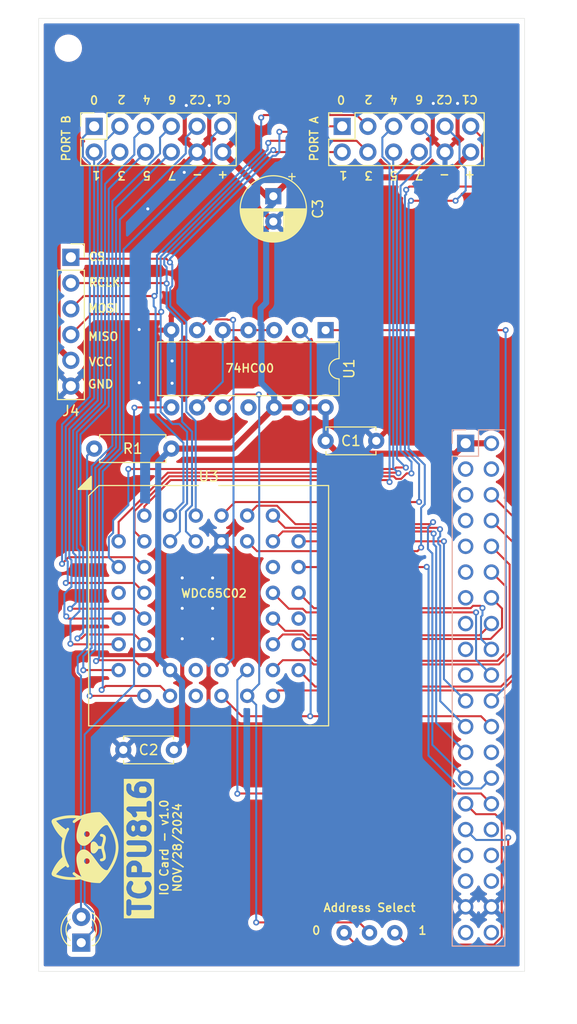
<source format=kicad_pcb>
(kicad_pcb (version 20240108) (generator "pcbnew") (generator_version "8.0")
  (layers (0 "F.Cu" jumper "Front") (31 "B.Cu" signal "Back") (34 "B.Paste" user) (35 "F.Paste" user) (36 "B.SilkS" user "B.Silkscreen") (37 "F.SilkS" user "F.Silkscreen") (38 "B.Mask" user) (39 "F.Mask" user) (44 "Edge.Cuts" user))
  (net 0 "")
  (net 1 "GND")
  (net 2 "+5V")
  (net 3 "Net-(D1-K)")
  (net 4 "Net-(D1-A)")
  (net 5 "/D7")
  (net 6 "/D0")
  (net 8 "/D2")
  (net 10 "Net-(J1-Pin_15)")
  (net 11 "/~{ED_OE}")
  (net 12 "/RS0")
  (net 15 "/D1")
  (net 16 "/RS3")
  (net 18 "/D4")
  (net 19 "/D3")
  (net 22 "Net-(J1-Pin_16)")
  (net 24 "/~{ED_WE}")
  (net 30 "~{RESET}")
  (net 33 "~{CLK_P2}")
  (net 35 "/RS1")
  (net 37 "/D6")
  (net 38 "/RS2")
  (net 40 "/D5")
  (net 41 "/PA3")
  (net 42 "/PA1")
  (net 43 "/PA0")
  (net 44 "/PA2")
  (net 45 "/PA6")
  (net 46 "/PA4")
  (net 47 "/PA7")
  (net 48 "Net-(J5-Pin_9)")
  (net 49 "Net-(J5-Pin_11)")
  (net 50 "/PA5")
  (net 51 "/PB2")
  (net 52 "/PB0")
  (net 53 "/PB3")
  (net 54 "/PB4")
  (net 55 "/PB5")
  (net 56 "/PB1")
  (net 57 "Net-(J6-Pin_9)")
  (net 58 "/PB7")
  (net 59 "/PB6")
  (net 60 "Net-(J6-Pin_11)")
  (net 61 "/CS1")
  (net 63 "Net-(U3-~{CS2})")
  (net 64 "Net-(U1-Pad3)")
  (footprint "LED_THT:LED_D3.0mm" (layer "F.Cu") (at 161.025 111.975 90)
    (property "Reference" "D1" (hide yes))
    (property "Value" "LED")
  )
  (footprint "Connector_PinSocket_2.54mm:PinSocket_2x06_P2.54mm_Vertical" (layer "F.Cu") (at 162.3 31.46 90)
    (property "Reference" "J6" (hide yes))
    (property "Value" "PORTB" (hide yes))
  )
  (footprint "Resistor_THT:R_Axial_DIN0207_L6.3mm_D2.5mm_P7.62mm_Horizontal" (layer "F.Cu") (at 169.926 63.246 180)
    (property "Reference" "R1")
    (property "Value" "R")
  )
  (footprint "Connector_PinSocket_2.54mm:PinSocket_2x06_P2.54mm_Vertical" (layer "F.Cu") (at 186.8 31.46 90)
    (property "Reference" "J5" (hide yes))
    (property "Value" "PORTA")
  )
  (footprint "Package_DIP:DIP-14_W7.62mm" (layer "F.Cu") (at 185.166 51.562 -90)
    (property "Reference" "U1")
    (property "Value" "74HC00")
  )
  (footprint "Connector_PinSocket_2.54mm:PinSocket_1x06_P2.54mm_Vertical" (layer "F.Cu") (at 160 44.38)
    (property "Reference" "J4")
    (property "Value" "Conn_01x06_Socket" (hide yes))
  )
  (footprint "Capacitor_THT:C_Disc_D4.7mm_W2.5mm_P5.00mm" (layer "F.Cu") (at 170.18 92.964 180)
    (property "Reference" "C2")
    (property "Value" "100n")
  )
  (footprint "MountingHole:MountingHole_2.2mm_M2" (layer "F.Cu") (at 159.75 23.75)
    (property "Reference" "H1" (hide yes))
    (property "Value" "MountingHole")
  )
  (footprint "Package_LCC:PLCC-44_THT-Socket" (layer "F.Cu") (at 174.879 72.39)
    (property "Reference" "U3")
    (property "Value" "W65C22SxPL")
  )
  (footprint "slide_switch:spdt_slide_switch" (layer "F.Cu") (at 189.5 111 180)
    (property "Reference" "SW1" (hide yes))
    (property "Value" "SW_SPDT")
  )
  (footprint "Capacitor_THT:C_Disc_D4.7mm_W2.5mm_P5.00mm" (layer "F.Cu") (at 185.166 62.484)
    (property "Reference" "C1")
    (property "Value" "100n")
  )
  (footprint "LOGO" (layer "F.Cu") (at 161.4 102.6 90)
    (property "Reference" "G***" (hide yes))
    (property "Value" "LOGO" (hide yes))
  )
  (footprint "Capacitor_THT:CP_Radial_D6.3mm_P2.50mm" (layer "F.Cu") (at 180 38.354 -90)
    (property "Reference" "C3")
    (property "Value" "10u")
  )
  (footprint "Connector_PinSocket_2.54mm:PinSocket_2x20_P2.54mm_Vertical" (layer "B.Cu") (at 200.27 62.724 180)
    (property "Reference" "J1" (hide yes))
    (property "Value" "Conn_02x20_Counter_Clockwise" (hide yes))
  )
  (gr_poly (pts (xy 162 66) (xy 162 67.25) (xy 160.75 67.25)) (stroke (width 0.1524)) (fill solid) (layer "F.SilkS"))
  (gr_rect (start 156.82 20.81) (end 204.82 114.81) (stroke (width 0.0381)) (fill none) (layer "Edge.Cuts"))
  (gr_text "WDC65C02" (at 170.8 78 0) (layer "F.SilkS") (effects (font (size 0.8128 0.8128) (thickness 0.1524) (bold yes)) (justify left bottom)))
  (gr_text "3" (at 165 36.3 180) (layer "F.SilkS") (effects (font (size 0.8128 0.8128) (thickness 0.1524))))
  (gr_text "0" (at 162.29 28.83 180) (layer "F.SilkS") (effects (font (size 0.8128 0.8128) (thickness 0.1524))))
  (gr_text "0" (at 186.69 28.83 180) (layer "F.SilkS") (effects (font (size 0.8128 0.8128) (thickness 0.1524))))
  (gr_text "74HC00" (at 175.2 55.8 0) (layer "F.SilkS") (effects (font (size 0.8128 0.8128) (thickness 0.1524) (bold yes)) (justify left bottom)))
  (gr_text "PORT B" (at 160 35 90) (layer "F.SilkS") (effects (font (size 0.8128 0.8128) (thickness 0.1524) (bold yes)) (justify left bottom)))
  (gr_text "Address Select" (at 189.5 109 0) (layer "F.SilkS") (effects (font (size 0.8128 0.8128) (thickness 0.1524) (bold yes)) (justify bottom)))
  (gr_text "4" (at 191.9 28.8 180) (layer "F.SilkS") (effects (font (size 0.8128 0.8128) (thickness 0.1524))))
  (gr_text "VCC" (at 162.946 54.694 0) (layer "F.SilkS") (effects (font (size 0.8128 0.8128) (thickness 0.1524))))
  (gr_text "4" (at 167.5 28.8 180) (layer "F.SilkS") (effects (font (size 0.8128 0.8128) (thickness 0.1524))))
  (gr_text "1" (at 186.9 36.3 180) (layer "F.SilkS") (effects (font (size 0.8128 0.8128) (thickness 0.1524))))
  (gr_text "1" (at 194.25 111.25 0) (layer "F.SilkS") (effects (font (size 0.8128 0.8128) (thickness 0.1524) (bold yes)) (justify left bottom)))
  (gr_text "IO Card - v1.0\nNOV/28/2024" (at 171 102.6 90) (layer "F.SilkS") (effects (font (size 0.8128 0.8128) (thickness 0.1524) (bold yes)) (justify bottom)))
  (gr_text "2" (at 165 28.8 180) (layer "F.SilkS") (effects (font (size 0.8128 0.8128) (thickness 0.1524))))
  (gr_text "MISO" (at 163.2 52.194 0) (layer "F.SilkS") (effects (font (size 0.8128 0.8128) (thickness 0.1524))))
  (gr_text "6" (at 194.4 28.8 180) (layer "F.SilkS") (effects (font (size 0.8128 0.8128) (thickness 0.1524))))
  (gr_text "5" (at 191.9 36.3 180) (layer "F.SilkS") (effects (font (size 0.8128 0.8128) (thickness 0.1524))))
  (gr_text "7" (at 170 36.3 180) (layer "F.SilkS") (effects (font (size 0.8128 0.8128) (thickness 0.1524))))
  (gr_text "5" (at 167.5 36.3 180) (layer "F.SilkS") (effects (font (size 0.8128 0.8128) (thickness 0.1524))))
  (gr_text "C2" (at 196.9 28.8 180) (layer "F.SilkS") (effects (font (size 0.8128 0.8128) (thickness 0.1524))))
  (gr_text "PORT A" (at 184.5 35 90) (layer "F.SilkS") (effects (font (size 0.8128 0.8128) (thickness 0.1524) (bold yes)) (justify left bottom)))
  (gr_text "-" (at 196.9 36.3 180) (layer "F.SilkS") (effects (font (size 0.8128 0.8128) (thickness 0.1524))))
  (gr_text "C1" (at 199.4 28.8 180) (layer "F.SilkS") (effects (font (size 0.8128 0.8128) (thickness 0.1524))))
  (gr_text "C1" (at 175 28.8 180) (layer "F.SilkS") (effects (font (size 0.8128 0.8128) (thickness 0.1524))))
  (gr_text "1" (at 162.5 36.3 180) (layer "F.SilkS") (effects (font (size 0.8128 0.8128) (thickness 0.1524))))
  (gr_text "3" (at 189.4 36.3 180) (layer "F.SilkS") (effects (font (size 0.8128 0.8128) (thickness 0.1524))))
  (gr_text "MOSI" (at 163.2 49.4 0) (layer "F.SilkS") (effects (font (size 0.8128 0.8128) (thickness 0.1524))))
  (gr_text "6" (at 170 28.8 180) (layer "F.SilkS") (effects (font (size 0.8128 0.8128) (thickness 0.1524))))
  (gr_text "7" (at 194.4 36.3 180) (layer "F.SilkS") (effects (font (size 0.8128 0.8128) (thickness 0.1524))))
  (gr_text "RCLK" (at 163.327 46.86 0) (layer "F.SilkS") (effects (font (size 0.8128 0.8128) (thickness 0.1524))))
  (gr_text "-" (at 172.5 36.3 180) (layer "F.SilkS") (effects (font (size 0.8128 0.8128) (thickness 0.1524))))
  (gr_text "C2" (at 172.5 28.8 180) (layer "F.SilkS") (effects (font (size 0.8128 0.8128) (thickness 0.1524))))
  (gr_text "+" (at 175 36.3 180) (layer "F.SilkS") (effects (font (size 0.8128 0.8128) (thickness 0.1524))))
  (gr_text "TCPU816" (at 168 109.6 90) (layer "F.SilkS" knockout) (effects (font (size 2 2) (thickness 0.5) (bold yes)) (justify left bottom)))
  (gr_text "GND" (at 162.946 56.893 0) (layer "F.SilkS") (effects (font (size 0.8128 0.8128) (thickness 0.1524))))
  (gr_text "CS" (at 162.565 44.32 0) (layer "F.SilkS") (effects (font (size 0.8128 0.8128) (thickness 0.1524))))
  (gr_text "+" (at 199.4 36.3 180) (layer "F.SilkS") (effects (font (size 0.8128 0.8128) (thickness 0.1524))))
  (gr_text "2" (at 189.4 28.8 180) (layer "F.SilkS") (effects (font (size 0.8128 0.8128) (thickness 0.1524))))
  (gr_text "0" (at 183.75 111.25 0) (layer "F.SilkS") (effects (font (size 0.8128 0.8128) (thickness 0.1524) (bold yes)) (justify left bottom)))
  (segment (start 171 82) (end 169.3788 83.6212) (width 0.4) (layer "F.Cu") (net 1))
  (segment (start 162.844581 83.6212) (end 162.763381 83.54) (width 0.4) (layer "F.Cu") (net 1))
  (segment (start 174 82) (end 173.6 82.4) (width 0.4) (layer "F.Cu") (net 1))
  (segment (start 196.96 34) (end 198.2 32.76) (width 0.4) (layer "F.Cu") (net 1))
  (segment (start 171.25 29.55) (end 171.25 32.79) (width 0.4) (layer "F.Cu") (net 1))
  (segment (start 173.67 32.79) (end 172.46 34) (width 0.4) (layer "F.Cu") (net 1))
  (segment (start 198.2 32.76) (end 198.2 29.2) (width 0.4) (layer "F.Cu") (net 1))
  (segment (start 171.4 29.4) (end 171.25 29.55) (width 0.4) (layer "F.Cu") (net 1))
  (segment (start 171.25 32.79) (end 172.46 34) (width 0.4) (layer "F.Cu") (net 1))
  (segment (start 195.75 29.25) (end 195.8 29.2) (width 0.4) (layer "F.Cu") (net 1))
  (segment (start 162.763381 83.54) (end 160.06 83.54) (width 0.4) (layer "F.Cu") (net 1))
  (segment (start 169.3788 83.6212) (end 162.844581 83.6212) (width 0.4) (layer "F.Cu") (net 1))
  (segment (start 173.6 82.4) (end 173.6 89.8) (width 0.4) (layer "F.Cu") (net 1))
  (segment (start 173.67 29.4) (end 173.67 32.79) (width 0.4) (layer "F.Cu") (net 1))
  (segment (start 171 82) (end 171 89.6) (width 0.4) (layer "F.Cu") (net 1))
  (segment (start 160.06 83.54) (end 159.2 84.4) (width 0.4) (layer "F.Cu") (net 1))
  (segment (start 196.96 34) (end 195.75 32.79) (width 0.4) (layer "F.Cu") (net 1))
  (segment (start 195.75 32.79) (end 195.75 29.25) (width 0.4) (layer "F.Cu") (net 1))
  (via (at 195.8 29.2) (size 0.6) (drill 0.3) (layers "F.Cu" "B.Cu") (net 1))
  (via (at 170 56.8) (size 0.6) (drill 0.3) (layers "F.Cu" "B.Cu") (net 1))
  (via (at 174 76) (size 0.6) (drill 0.3) (layers "F.Cu" "B.Cu") (net 1))
  (via (at 173.67 29.4) (size 0.6) (drill 0.3) (layers "F.Cu" "B.Cu") (net 1))
  (via (at 167.6 39.6) (size 0.6) (drill 0.3) (layers "F.Cu" "B.Cu") (net 1))
  (via (at 166.75 51.5) (size 0.6) (drill 0.3) (layers "F.Cu" "B.Cu") (net 1))
  (via (at 171 82) (size 0.6) (drill 0.3) (layers "F.Cu" "B.Cu") (net 1))
  (via (at 171.4 29.4) (size 0.6) (drill 0.3) (layers "F.Cu" "B.Cu") (net 1))
  (via (at 171 79) (size 0.6) (drill 0.3) (layers "F.Cu" "B.Cu") (net 1))
  (via (at 171.2 36) (size 0.6) (drill 0.3) (layers "F.Cu" "B.Cu") (net 1))
  (via (at 170 54.6) (size 0.6) (drill 0.3) (layers "F.Cu" "B.Cu") (net 1))
  (via (at 174 82) (size 0.6) (drill 0.3) (layers "F.Cu" "B.Cu") (net 1))
  (via (at 171 76) (size 0.6) (drill 0.3) (layers "F.Cu" "B.Cu") (net 1))
  (via (at 198.2 29.2) (size 0.6) (drill 0.3) (layers "F.Cu" "B.Cu") (net 1))
  (via (at 174 79) (size 0.6) (drill 0.3) (layers "F.Cu" "B.Cu") (net 1))
  (via (at 166.75 56.75) (size 0.6) (drill 0.3) (layers "F.Cu" "B.Cu") (net 1))
  (segment (start 185.166 59.182) (end 180.086 59.182) (width 0.6) (layer "F.Cu") (net 2))
  (segment (start 180 38.354) (end 179.354 38.354) (width 0.6) (layer "F.Cu") (net 2))
  (segment (start 175 34) (end 176.6 32.4) (width 0.6) (layer "F.Cu") (net 2))
  (segment (start 199 62.724) (end 197.98 63.744) (width 0.6) (layer "F.Cu") (net 2))
  (segment (start 176.022 63.246) (end 169.926 63.246) (width 0.6) (layer "F.Cu") (net 2))
  (segment (start 179.354 38.354) (end 175 34) (width 0.6) (layer "F.Cu") (net 2))
  (segment (start 180.086 59.182) (end 176.022 63.246) (width 0.6) (layer "F.Cu") (net 2))
  (segment (start 158.69 29.91) (end 158.69 53.23) (width 0.6) (layer "F.Cu") (net 2))
  (segment (start 197.00804 36.49196) (end 199.5 34) (width 0.6) (layer "F.Cu") (net 2))
  (segment (start 160.6 28) (end 158.69 29.91) (width 0.6) (layer "F.Cu") (net 2))
  (segment (start 197.98 63.744) (end 186.426 63.744) (width 0.6) (layer "F.Cu") (net 2))
  (segment (start 176.6 29.8) (end 174.8 28) (width 0.6) (layer "F.Cu") (net 2))
  (segment (start 158.69 53.23) (end 160 54.54) (width 0.6) (layer "F.Cu") (net 2))
  (segment (start 174.8 28) (end 160.6 28) (width 0.6) (layer "F.Cu") (net 2))
  (segment (start 176.6 32.4) (end 176.6 29.8) (width 0.6) (layer "F.Cu") (net 2))
  (segment (start 181.86204 36.49196) (end 197.00804 36.49196) (width 0.6) (layer "F.Cu") (net 2))
  (segment (start 201.54 62.724) (end 199 62.724) (width 0.6) (layer "F.Cu") (net 2))
  (segment (start 186.426 63.744) (end 185.166 62.484) (width 0.6) (layer "F.Cu") (net 2))
  (segment (start 180 38.354) (end 181.86204 36.49196) (width 0.6) (layer "F.Cu") (net 2))
  (segment (start 178.74 41.37591) (end 179.29 41.92591) (width 0.6) (layer "B.Cu") (net 2))
  (segment (start 168.6278 83.9188) (end 168.6278 64.5442) (width 0.6) (layer "B.Cu") (net 2))
  (segment (start 179.29 41.92591) (end 179.29 48.86192) (width 0.6) (layer "B.Cu") (net 2))
  (segment (start 168.6278 64.5442) (end 169.926 63.246) (width 0.6) (layer "B.Cu") (net 2))
  (segment (start 178.74 40.33209) (end 178.74 41.37591) (width 0.6) (layer "B.Cu") (net 2))
  (segment (start 180 38.354) (end 180 39.07209) (width 0.6) (layer "B.Cu") (net 2))
  (segment (start 178.826 51.06009) (end 178.826 56.79063) (width 0.6) (layer "B.Cu") (net 2))
  (segment (start 179.29 48.86192) (end 178.74 49.41192) (width 0.6) (layer "B.Cu") (net 2))
  (segment (start 185.166 62.484) (end 185.166 59.182) (width 0.6) (layer "B.Cu") (net 2))
  (segment (start 180 39.07209) (end 178.74 40.33209) (width 0.6) (layer "B.Cu") (net 2))
  (segment (start 180.086 58.05063) (end 180.086 59.182) (width 0.6) (layer "B.Cu") (net 2))
  (segment (start 178.826 56.79063) (end 180.086 58.05063) (width 0.6) (layer "B.Cu") (net 2))
  (segment (start 170.979999 86.270999) (end 169.799 85.09) (width 0.6) (layer "B.Cu") (net 2))
  (segment (start 170.979999 92.164001) (end 170.979999 86.270999) (width 0.6) (layer "B.Cu") (net 2))
  (segment (start 170.18 92.964) (end 170.979999 92.164001) (width 0.6) (layer "B.Cu") (net 2))
  (segment (start 178.74 49.41192) (end 178.74 50.97409) (width 0.6) (layer "B.Cu") (net 2))
  (segment (start 178.74 50.97409) (end 178.826 51.06009) (width 0.6) (layer "B.Cu") (net 2))
  (segment (start 169.799 85.09) (end 168.6278 83.9188) (width 0.6) (layer "B.Cu") (net 2))
  (segment (start 166.308 59.182) (end 169.926 59.182) (width 0.2) (layer "F.Cu") (net 3))
  (segment (start 166.28 59.21) (end 166.308 59.182) (width 0.2) (layer "F.Cu") (net 3))
  (via (at 166.28 59.21) (size 0.6) (drill 0.3) (layers "F.Cu" "B.Cu") (net 3))
  (segment (start 162.185 108.954512) (end 162.185 110.815) (width 0.2) (layer "B.Cu") (net 3))
  (segment (start 166.24 59.25) (end 166.24 86.56) (width 0.2) (layer "B.Cu") (net 3))
  (segment (start 161.36 108.129512) (end 162.185 108.954512) (width 0.2) (layer "B.Cu") (net 3))
  (segment (start 166.28 59.21) (end 166.24 59.25) (width 0.2) (layer "B.Cu") (net 3))
  (segment (start 162.185 110.815) (end 161.025 111.975) (width 0.2) (layer "B.Cu") (net 3))
  (segment (start 161.36 91.44) (end 161.36 108.129512) (width 0.2) (layer "B.Cu") (net 3))
  (segment (start 166.24 86.56) (end 161.36 91.44) (width 0.2) (layer "B.Cu") (net 3))
  (segment (start 161 109.41) (end 161.025 109.435) (width 0.2) (layer "B.Cu") (net 4))
  (segment (start 160.67 83.78) (end 160.67 85.33196) (width 0.2) (layer "B.Cu") (net 4))
  (segment (start 162.306 63.246) (end 161.6 63.952) (width 0.2) (layer "B.Cu") (net 4))
  (segment (start 161.6 63.952) (end 161.6 82.85) (width 0.2) (layer "B.Cu") (net 4))
  (segment (start 161 85.66196) (end 161 109.41) (width 0.2) (layer "B.Cu") (net 4))
  (segment (start 160.67 85.33196) (end 161 85.66196) (width 0.2) (layer "B.Cu") (net 4))
  (segment (start 161.6 82.85) (end 160.67 83.78) (width 0.2) (layer "B.Cu") (net 4))
  (segment (start 202.612516 87.101) (end 204.0636 85.649916) (width 0.2) (layer "F.Cu") (net 5))
  (segment (start 180.488 87.101) (end 202.612516 87.101) (width 0.2) (layer "F.Cu") (net 5))
  (segment (start 204.0636 70.3276) (end 201.54 67.804) (width 0.2) (layer "F.Cu") (net 5))
  (segment (start 204.0636 85.649916) (end 204.0636 70.3276) (width 0.2) (layer "F.Cu") (net 5))
  (segment (start 179.959 87.63) (end 180.488 87.101) (width 0.2) (layer "F.Cu") (net 5))
  (segment (start 183.262885 79.4004) (end 200.025 79.4004) (width 0.2) (layer "F.Cu") (net 6))
  (segment (start 179.959 77.47) (end 181.5278 79.0388) (width 0.2) (layer "F.Cu") (net 6))
  (segment (start 181.5278 79.0388) (end 182.901285 79.0388) (width 0.2) (layer "F.Cu") (net 6))
  (segment (start 182.901285 79.0388) (end 183.262885 79.4004) (width 0.2) (layer "F.Cu") (net 6))
  (via (at 200.025 79.4004) (size 0.6) (drill 0.3) (layers "F.Cu" "B.Cu") (net 6))
  (segment (start 200.025 84.069) (end 201.54 85.584) (width 0.2) (layer "B.Cu") (net 6))
  (segment (start 200.025 79.4004) (end 200.025 84.069) (width 0.2) (layer "B.Cu") (net 6))
  (segment (start 179.959 80.01) (end 181.1678 81.2188) (width 0.2) (layer "F.Cu") (net 8))
  (segment (start 181.1678 81.2188) (end 183.050402 81.2188) (width 0.2) (layer "F.Cu") (net 8))
  (segment (start 200.383 81.661) (end 201.54 80.504) (width 0.2) (layer "F.Cu") (net 8))
  (segment (start 183.050402 81.2188) (end 183.492602 81.661) (width 0.2) (layer "F.Cu") (net 8))
  (segment (start 183.492602 81.661) (end 200.383 81.661) (width 0.2) (layer "F.Cu") (net 8))
  (segment (start 201.922 99.306) (end 200.022 99.306) (width 0.2) (layer "F.Cu") (net 10))
  (segment (start 192 111) (end 193.162 112.162) (width 0.2) (layer "F.Cu") (net 10))
  (segment (start 201.807327 112.162) (end 202.562 111.407327) (width 0.2) (layer "F.Cu") (net 10))
  (segment (start 193.162 112.162) (end 201.807327 112.162) (width 0.2) (layer "F.Cu") (net 10))
  (segment (start 200.022 99.306) (end 199 98.284) (width 0.2) (layer "F.Cu") (net 10))
  (segment (start 202.562 99.946) (end 201.922 99.306) (width 0.2) (layer "F.Cu") (net 10))
  (segment (start 202.562 111.407327) (end 202.562 99.946) (width 0.2) (layer "F.Cu") (net 10))
  (segment (start 202.946 51.562) (end 185.166 51.562) (width 0.2) (layer "F.Cu") (net 11))
  (via (at 202.946 51.562) (size 0.6) (drill 0.3) (layers "F.Cu" "B.Cu") (net 11))
  (segment (start 202.946 51.562) (end 202.946 86.718) (width 0.2) (layer "B.Cu") (net 11))
  (segment (start 202.946 86.718) (end 201.54 88.124) (width 0.2) (layer "B.Cu") (net 11))
  (segment (start 195.577757 70.6988) (end 182.181285 70.6988) (width 0.2) (layer "F.Cu") (net 12))
  (segment (start 182.181285 70.6988) (end 180.361285 68.8788) (width 0.2) (layer "F.Cu") (net 12))
  (segment (start 178.3902 68.8788) (end 177.419 69.85) (width 0.2) (layer "F.Cu") (net 12))
  (segment (start 180.361285 68.8788) (end 178.3902 68.8788) (width 0.2) (layer "F.Cu") (net 12))
  (segment (start 195.777757 70.4988) (end 195.577757 70.6988) (width 0.2) (layer "F.Cu") (net 12))
  (via (at 195.777757 70.4988) (size 0.6) (drill 0.3) (layers "F.Cu" "B.Cu") (net 12))
  (segment (start 195.777757 70.4988) (end 195.274 71.002557) (width 0.2) (layer "B.Cu") (net 12))
  (segment (start 195.71 73.588) (end 195.71 92.454) (width 0.2) (layer "B.Cu") (net 12))
  (segment (start 195.274 73.152) (end 195.71 73.588) (width 0.2) (layer "B.Cu") (net 12))
  (segment (start 195.274 71.002557) (end 195.274 73.152) (width 0.2) (layer "B.Cu") (net 12))
  (segment (start 195.71 92.454) (end 199 95.744) (width 0.2) (layer "B.Cu") (net 12))
  (segment (start 182.499 77.47) (end 184.015 78.986) (width 0.2) (layer "F.Cu") (net 15))
  (segment (start 199.730361 78.7504) (end 200.4418 78.7504) (width 0.2) (layer "F.Cu") (net 15))
  (segment (start 200.4418 78.7504) (end 200.66 78.9686) (width 0.2) (layer "F.Cu") (net 15))
  (segment (start 184.015 78.986) (end 199.494761 78.986) (width 0.2) (layer "F.Cu") (net 15))
  (segment (start 199.494761 78.986) (end 199.730361 78.7504) (width 0.2) (layer "F.Cu") (net 15))
  (via (at 200.66 78.9686) (size 0.6) (drill 0.3) (layers "F.Cu" "B.Cu") (net 15))
  (segment (start 200.518 79.826639) (end 200.518 82.022) (width 0.2) (layer "B.Cu") (net 15))
  (segment (start 200.66 78.9686) (end 200.66 79.684639) (width 0.2) (layer "B.Cu") (net 15))
  (segment (start 200.66 79.684639) (end 200.518 79.826639) (width 0.2) (layer "B.Cu") (net 15))
  (segment (start 200.518 82.022) (end 201.54 83.044) (width 0.2) (layer "B.Cu") (net 15))
  (segment (start 196.85 72.39) (end 182.499 72.39) (width 0.2) (layer "F.Cu") (net 16))
  (via (at 196.85 72.39) (size 0.6) (drill 0.3) (layers "F.Cu" "B.Cu") (net 16))
  (segment (start 199 88.124) (end 196.85 85.974) (width 0.2) (layer "B.Cu") (net 16))
  (segment (start 196.85 85.974) (end 196.85 72.39) (width 0.2) (layer "B.Cu") (net 16))
  (segment (start 184.1246 84.1756) (end 202.1332 84.1756) (width 0.2) (layer "F.Cu") (net 18))
  (segment (start 202.9836 76.8676) (end 201.54 75.424) (width 0.2) (layer "F.Cu") (net 18))
  (segment (start 202.9836 83.3252) (end 202.9836 76.8676) (width 0.2) (layer "F.Cu") (net 18))
  (segment (start 182.499 82.55) (end 184.1246 84.1756) (width 0.2) (layer "F.Cu") (net 18))
  (segment (start 202.1332 84.1756) (end 202.9836 83.3252) (width 0.2) (layer "F.Cu") (net 18))
  (segment (start 182.901285 81.5788) (end 183.344485 82.022) (width 0.2) (layer "F.Cu") (net 19))
  (segment (start 183.344485 82.022) (end 201.467327 82.022) (width 0.2) (layer "F.Cu") (net 19))
  (segment (start 202.5904 80.898927) (end 202.5904 79.0144) (width 0.2) (layer "F.Cu") (net 19))
  (segment (start 201.467327 82.022) (end 202.5904 80.898927) (width 0.2) (layer "F.Cu") (net 19))
  (segment (start 202.5904 79.0144) (end 201.54 77.964) (width 0.2) (layer "F.Cu") (net 19))
  (segment (start 179.959 82.55) (end 180.9302 81.5788) (width 0.2) (layer "F.Cu") (net 19))
  (segment (start 180.9302 81.5788) (end 182.901285 81.5788) (width 0.2) (layer "F.Cu") (net 19))
  (segment (start 201.956444 112.522) (end 203.2 111.278444) (width 0.2) (layer "F.Cu") (net 22))
  (segment (start 188.522 112.522) (end 201.956444 112.522) (width 0.2) (layer "F.Cu") (net 22))
  (segment (start 203.2 111.278444) (end 203.2 101.6) (width 0.2) (layer "F.Cu") (net 22))
  (segment (start 187 111) (end 188.522 112.522) (width 0.2) (layer "F.Cu") (net 22))
  (via (at 203.2 101.6) (size 0.6) (drill 0.3) (layers "F.Cu" "B.Cu") (net 22))
  (segment (start 200.022 101.846) (end 199 100.824) (width 0.2) (layer "B.Cu") (net 22))
  (segment (start 203.2 101.6) (end 202.954 101.846) (width 0.2) (layer "B.Cu") (net 22))
  (segment (start 202.954 101.846) (end 200.022 101.846) (width 0.2) (layer "B.Cu") (net 22))
  (segment (start 183.642 89.642) (end 200.518 89.642) (width 0.2) (layer "F.Cu") (net 24))
  (segment (start 176.891 89.642) (end 183.642 89.642) (width 0.2) (layer "F.Cu") (net 24))
  (segment (start 174.879 87.63) (end 176.891 89.642) (width 0.2) (layer "F.Cu") (net 24))
  (segment (start 200.518 89.642) (end 201.54 90.664) (width 0.2) (layer "F.Cu") (net 24))
  (via (at 183.642 89.642) (size 0.6) (drill 0.3) (layers "F.Cu" "B.Cu") (net 24))
  (segment (start 183.686 89.598) (end 183.642 89.642) (width 0.2) (layer "B.Cu") (net 24))
  (segment (start 182.626 51.562) (end 183.686 52.622) (width 0.2) (layer "B.Cu") (net 24))
  (segment (start 183.686 52.622) (end 183.686 89.598) (width 0.2) (layer "B.Cu") (net 24))
  (segment (start 195.15 74.91) (end 195.13 74.93) (width 0.2) (layer "F.Cu") (net 30))
  (segment (start 195.13 74.93) (end 182.499 74.93) (width 0.2) (layer "F.Cu") (net 30))
  (via (at 195.15 74.91) (size 0.6) (drill 0.3) (layers "F.Cu" "B.Cu") (net 30))
  (segment (start 200.518 96.766) (end 201.54 95.744) (width 0.2) (layer "B.Cu") (net 30))
  (segment (start 195.33 75.09) (end 195.33 93.519327) (width 0.2) (layer "B.Cu") (net 30))
  (segment (start 195.15 74.91) (end 195.33 75.09) (width 0.2) (layer "B.Cu") (net 30))
  (segment (start 198.576673 96.766) (end 200.518 96.766) (width 0.2) (layer "B.Cu") (net 30))
  (segment (start 195.33 93.519327) (end 198.576673 96.766) (width 0.2) (layer "B.Cu") (net 30))
  (segment (start 176.4678 97.262) (end 200.518 97.262) (width 0.2) (layer "F.Cu") (net 33))
  (segment (start 200.518 97.262) (end 201.54 98.284) (width 0.2) (layer "F.Cu") (net 33))
  (segment (start 176.4478 97.282) (end 176.4678 97.262) (width 0.2) (layer "F.Cu") (net 33))
  (via (at 176.4478 97.282) (size 0.6) (drill 0.3) (layers "F.Cu" "B.Cu") (net 33))
  (segment (start 176.4478 86.0612) (end 177.419 85.09) (width 0.2) (layer "B.Cu") (net 33))
  (segment (start 176.4478 97.282) (end 176.4478 86.0612) (width 0.2) (layer "B.Cu") (net 33))
  (segment (start 195.6248 71.4188) (end 180.9302 71.4188) (width 0.2) (layer "F.Cu") (net 35))
  (segment (start 180.9302 71.4188) (end 179.959 72.39) (width 0.2) (layer "F.Cu") (net 35))
  (segment (start 195.834 71.628) (end 195.6248 71.4188) (width 0.2) (layer "F.Cu") (net 35))
  (via (at 195.834 71.628) (size 0.6) (drill 0.3) (layers "F.Cu" "B.Cu") (net 35))
  (segment (start 195.83 72.671077) (end 195.83 71.632) (width 0.2) (layer "B.Cu") (net 35))
  (segment (start 196.088 72.929077) (end 195.83 72.671077) (width 0.2) (layer "B.Cu") (net 35))
  (segment (start 195.83 71.632) (end 195.834 71.628) (width 0.2) (layer "B.Cu") (net 35))
  (segment (start 199 93.204) (end 196.088 90.292) (width 0.2) (layer "B.Cu") (net 35))
  (segment (start 196.088 90.292) (end 196.088 72.929077) (width 0.2) (layer "B.Cu") (net 35))
  (segment (start 203.7036 85.5008) (end 203.7036 72.5076) (width 0.2) (layer "F.Cu") (net 37))
  (segment (start 182.499 85.09) (end 184.1246 86.7156) (width 0.2) (layer "F.Cu") (net 37))
  (segment (start 184.1246 86.7156) (end 202.4888 86.7156) (width 0.2) (layer "F.Cu") (net 37))
  (segment (start 202.4888 86.7156) (end 203.7036 85.5008) (width 0.2) (layer "F.Cu") (net 37))
  (segment (start 203.7036 72.5076) (end 201.54 70.344) (width 0.2) (layer "F.Cu") (net 37))
  (segment (start 196.320953 71.0588) (end 181.1678 71.0588) (width 0.2) (layer "F.Cu") (net 38))
  (segment (start 181.1678 71.0588) (end 179.959 69.85) (width 0.2) (layer "F.Cu") (net 38))
  (segment (start 196.461764 71.199611) (end 196.320953 71.0588) (width 0.2) (layer "F.Cu") (net 38))
  (via (at 196.461764 71.199611) (size 0.6) (drill 0.3) (layers "F.Cu" "B.Cu") (net 38))
  (segment (start 196.461764 71.199611) (end 196.484 71.221847) (width 0.2) (layer "B.Cu") (net 38))
  (segment (start 196.29 72.62196) (end 196.49 72.82196) (width 0.2) (layer "B.Cu") (net 38))
  (segment (start 196.29 72.091239) (end 196.29 72.62196) (width 0.2) (layer "B.Cu") (net 38))
  (segment (start 196.484 71.897239) (end 196.29 72.091239) (width 0.2) (layer "B.Cu") (net 38))
  (segment (start 196.484 71.221847) (end 196.484 71.897239) (width 0.2) (layer "B.Cu") (net 38))
  (segment (start 196.49 72.82196) (end 196.49 88.154) (width 0.2) (layer "B.Cu") (net 38))
  (segment (start 196.49 88.154) (end 199 90.664) (width 0.2) (layer "B.Cu") (net 38))
  (segment (start 202.282317 84.5356) (end 203.3436 83.474317) (width 0.2) (layer "F.Cu") (net 40))
  (segment (start 183.975483 84.5356) (end 202.282317 84.5356) (width 0.2) (layer "F.Cu") (net 40))
  (segment (start 179.959 85.09) (end 180.9302 84.1188) (width 0.2) (layer "F.Cu") (net 40))
  (segment (start 180.9302 84.1188) (end 183.558683 84.1188) (width 0.2) (layer "F.Cu") (net 40))
  (segment (start 203.3436 83.474317) (end 203.3436 74.6876) (width 0.2) (layer "F.Cu") (net 40))
  (segment (start 203.3436 74.6876) (end 201.54 72.884) (width 0.2) (layer "F.Cu") (net 40))
  (segment (start 183.558683 84.1188) (end 183.975483 84.5356) (width 0.2) (layer "F.Cu") (net 40))
  (segment (start 162.02 49.98) (end 160 52) (width 0.2) (layer "F.Cu") (net 41))
  (segment (start 179.71 32.89) (end 188.23 32.89) (width 0.2) (layer "F.Cu") (net 41))
  (segment (start 168.93 49.75) (end 168.7 49.98) (width 0.2) (layer "F.Cu") (net 41))
  (segment (start 188.23 32.89) (end 189.34 34) (width 0.2) (layer "F.Cu") (net 41))
  (segment (start 168.7 49.98) (end 162.02 49.98) (width 0.2) (layer "F.Cu") (net 41))
  (segment (start 179.5 33.1) (end 179.71 32.89) (width 0.2) (layer "F.Cu") (net 41))
  (via (at 179.5 33.1) (size 0.6) (drill 0.3) (layers "F.Cu" "B.Cu") (net 41))
  (via (at 168.93 49.75) (size 0.6) (drill 0.3) (layers "F.Cu" "B.Cu") (net 41))
  (segment (start 168.93 49.75) (end 168.866 49.814) (width 0.2) (layer "B.Cu") (net 41))
  (segment (start 170.703442 60.816558) (end 171.48 61.593116) (width 0.2) (layer "B.Cu") (net 41))
  (segment (start 168.866 49.814) (end 168.866 59.621067) (width 0.2) (layer "B.Cu") (net 41))
  (segment (start 171.48 61.593116) (end 171.48 68.678117) (width 0.2) (layer "B.Cu") (net 41))
  (segment (start 170.7702 69.387917) (end 170.7702 71.4188) (width 0.2) (layer "B.Cu") (net 41))
  (segment (start 170.7702 71.4188) (end 169.799 72.39) (width 0.2) (layer "B.Cu") (net 41))
  (segment (start 168.866 49.686) (end 168.866 44.334) (width 0.2) (layer "B.Cu") (net 41))
  (segment (start 179.44 33.16) (end 179.5 33.1) (width 0.2) (layer "B.Cu") (net 41))
  (segment (start 168.866 59.621067) (end 170.061491 60.816558) (width 0.2) (layer "B.Cu") (net 41))
  (segment (start 170.061491 60.816558) (end 170.703442 60.816558) (width 0.2) (layer "B.Cu") (net 41))
  (segment (start 168.93 49.75) (end 168.866 49.686) (width 0.2) (layer "B.Cu") (net 41))
  (segment (start 168.866 44.334) (end 179.44 33.76) (width 0.2) (layer "B.Cu") (net 41))
  (segment (start 171.48 68.678117) (end 170.7702 69.387917) (width 0.2) (layer "B.Cu") (net 41))
  (segment (start 179.44 33.76) (end 179.44 33.16) (width 0.2) (layer "B.Cu") (net 41))
  (segment (start 169.42 46.92) (end 160 46.92) (width 0.2) (layer "F.Cu") (net 42))
  (segment (start 180.2 34) (end 186.8 34) (width 0.2) (layer "F.Cu") (net 42))
  (segment (start 169.46 46.96) (end 169.42 46.92) (width 0.2) (layer "F.Cu") (net 42))
  (segment (start 180 33.8) (end 180.2 34) (width 0.2) (layer "F.Cu") (net 42))
  (via (at 180 33.8) (size 0.6) (drill 0.3) (layers "F.Cu" "B.Cu") (net 42))
  (via (at 169.46 46.96) (size 0.6) (drill 0.3) (layers "F.Cu" "B.Cu") (net 42))
  (segment (start 171.97 68.845515) (end 171.3678 69.447715) (width 0.2) (layer "B.Cu") (net 42))
  (segment (start 170.986 60.59) (end 171.97 61.574) (width 0.2) (layer "B.Cu") (net 42))
  (segment (start 170.986 50.846) (end 170.986 60.59) (width 0.2) (layer "B.Cu") (net 42))
  (segment (start 169.226 45.107498) (end 169.46 45.341498) (width 0.2) (layer "B.Cu") (net 42))
  (segment (start 180.06 33.649116) (end 169.226 44.483116) (width 0.2) (layer "B.Cu") (net 42))
  (segment (start 169.46 45.341498) (end 169.46 49.32) (width 0.2) (layer "B.Cu") (net 42))
  (segment (start 171.97 61.574) (end 171.97 68.845515) (width 0.2) (layer "B.Cu") (net 42))
  (segment (start 171.3678 69.447715) (end 171.3678 71.4188) (width 0.2) (layer "B.Cu") (net 42))
  (segment (start 171.3678 71.4188) (end 172.339 72.39) (width 0.2) (layer "B.Cu") (net 42))
  (segment (start 180.06 33.74) (end 180 33.8) (width 0.2) (layer "B.Cu") (net 42))
  (segment (start 169.226 44.483116) (end 169.226 45.107498) (width 0.2) (layer "B.Cu") (net 42))
  (segment (start 169.46 49.32) (end 170.986 50.846) (width 0.2) (layer "B.Cu") (net 42))
  (segment (start 180.6 32) (end 181.8 32) (width 0.2) (layer "F.Cu") (net 43))
  (segment (start 182.34 31.46) (end 186.8 31.46) (width 0.2) (layer "F.Cu") (net 43))
  (segment (start 169.786 44.875538) (end 169.430462 44.52) (width 0.2) (layer "F.Cu") (net 43))
  (segment (start 169.430462 44.52) (end 160.14 44.52) (width 0.2) (layer "F.Cu") (net 43))
  (segment (start 181.8 32) (end 182.34 31.46) (width 0.2) (layer "F.Cu") (net 43))
  (segment (start 160.14 44.52) (end 160 44.38) (width 0.2) (layer "F.Cu") (net 43))
  (via (at 180.6 32) (size 0.6) (drill 0.3) (layers "F.Cu" "B.Cu") (net 43))
  (via (at 169.786 44.875538) (size 0.6) (drill 0.3) (layers "F.Cu" "B.Cu") (net 43))
  (segment (start 169.786 44.523116) (end 179.949116 34.36) (width 0.2) (layer "B.Cu") (net 43))
  (segment (start 171.406 59.621067) (end 172.33 60.545067) (width 0.2) (layer "B.Cu") (net 43))
  (segment (start 170.02 47.19196) (end 169.82 47.39196) (width 0.2) (layer "B.Cu") (net 43))
  (segment (start 180.23196 34.36) (end 180.6 33.99196) (width 0.2) (layer "B.Cu") (net 43))
  (segment (start 171.406 50.756884) (end 171.406 59.621067) (width 0.2) (layer "B.Cu") (net 43))
  (segment (start 170.02 45.109538) (end 170.02 47.19196) (width 0.2) (layer "B.Cu") (net 43))
  (segment (start 169.786 44.875538) (end 170.02 45.109538) (width 0.2) (layer "B.Cu") (net 43))
  (segment (start 169.82 49.170884) (end 171.406 50.756884) (width 0.2) (layer "B.Cu") (net 43))
  (segment (start 179.949116 34.36) (end 180.23196 34.36) (width 0.2) (layer "B.Cu") (net 43))
  (segment (start 169.82 47.39196) (end 169.82 49.170884) (width 0.2) (layer "B.Cu") (net 43))
  (segment (start 172.33 60.545067) (end 172.33 69.841) (width 0.2) (layer "B.Cu") (net 43))
  (segment (start 180.6 33.99196) (end 180.6 32) (width 0.2) (layer "B.Cu") (net 43))
  (segment (start 169.786 44.875538) (end 169.786 44.523116) (width 0.2) (layer "B.Cu") (net 43))
  (segment (start 178.8 30.6) (end 179.05 30.35) (width 0.2) (layer "F.Cu") (net 44))
  (segment (start 168.24 48.2) (end 161.26 48.2) (width 0.2) (layer "F.Cu") (net 44))
  (segment (start 168.25 48.19) (end 168.24 48.2) (width 0.2) (layer "F.Cu") (net 44))
  (segment (start 188.23 30.35) (end 189.34 31.46) (width 0.2) (layer "F.Cu") (net 44))
  (segment (start 161.26 48.2) (end 160 49.46) (width 0.2) (layer "F.Cu") (net 44))
  (segment (start 179.05 30.35) (end 188.23 30.35) (width 0.2) (layer "F.Cu") (net 44))
  (via (at 168.25 48.19) (size 0.6) (drill 0.3) (layers "F.Cu" "B.Cu") (net 44))
  (via (at 178.8 30.6) (size 0.6) (drill 0.3) (layers "F.Cu" "B.Cu") (net 44))
  (segment (start 171.12 62.68) (end 171.12 68.529) (width 0.2) (layer "B.Cu") (net 44))
  (segment (start 168.37 59.93) (end 171.12 62.68) (width 0.2) (layer "B.Cu") (net 44))
  (segment (start 168.25 48.19) (end 168.506 47.934) (width 0.2) (layer "B.Cu") (net 44))
  (segment (start 168.18 48.26) (end 168.18 49.20196) (width 0.2) (layer "B.Cu") (net 44))
  (segment (start 168.506 47.934) (end 168.506 44.184884) (width 0.2) (layer "B.Cu") (net 44))
  (segment (start 171.12 68.529) (end 169.799 69.85) (width 0.2) (layer "B.Cu") (net 44))
  (segment (start 178.8 33.890884) (end 178.8 30.6) (width 0.2) (layer "B.Cu") (net 44))
  (segment (start 168.506 44.184884) (end 178.8 33.890884) (width 0.2) (layer "B.Cu") (net 44))
  (segment (start 168.25 48.19) (end 168.18 48.26) (width 0.2) (layer "B.Cu") (net 44))
  (segment (start 168.18 49.20196) (end 168.37 49.39196) (width 0.2) (layer "B.Cu") (net 44))
  (segment (start 168.37 49.39196) (end 168.37 59.93) (width 0.2) (layer "B.Cu") (net 44))
  (segment (start 166.2878 71.4188) (end 167.259 72.39) (width 0.2) (layer "F.Cu") (net 45))
  (segment (start 169.72 65.98) (end 166.2878 69.4122) (width 0.2) (layer "F.Cu") (net 45))
  (segment (start 193.17 65.69) (end 192.63 66.23) (width 0.2) (layer "F.Cu") (net 45))
  (segment (start 166.2878 69.4122) (end 166.2878 71.4188) (width 0.2) (layer "F.Cu") (net 45))
  (segment (start 191.881486 65.98) (end 169.72 65.98) (width 0.2) (layer "F.Cu") (net 45))
  (segment (start 192.63 66.23) (end 192.131486 66.23) (width 0.2) (layer "F.Cu") (net 45))
  (segment (start 193.64 65.69) (end 193.17 65.69) (width 0.2) (layer "F.Cu") (net 45))
  (segment (start 192.131486 66.23) (end 191.881486 65.98) (width 0.2) (layer "F.Cu") (net 45))
  (via (at 193.64 65.69) (size 0.6) (drill 0.3) (layers "F.Cu" "B.Cu") (net 45))
  (segment (start 193.65 64.559116) (end 192.565 63.474116) (width 0.2) (layer "B.Cu") (net 45))
  (segment (start 193.64 65.69) (end 193.65 65.68) (width 0.2) (layer "B.Cu") (net 45))
  (segment (start 195.53 32.57) (end 194.42 31.46) (width 0.2) (layer "B.Cu") (net 45))
  (segment (start 193.65 65.68) (end 193.65 64.559116) (width 0.2) (layer "B.Cu") (net 45))
  (segment (start 192.565 37.350883) (end 194.805883 35.11) (width 0.2) (layer "B.Cu") (net 45))
  (segment (start 195.53 34.459778) (end 195.53 32.57) (width 0.2) (layer "B.Cu") (net 45))
  (segment (start 194.805883 35.11) (end 194.879778 35.11) (width 0.2) (layer "B.Cu") (net 45))
  (segment (start 192.565 63.474116) (end 192.565 37.350883) (width 0.2) (layer "B.Cu") (net 45))
  (segment (start 194.879778 35.11) (end 195.53 34.459778) (width 0.2) (layer "B.Cu") (net 45))
  (segment (start 191.290816 66.35) (end 169.859116 66.35) (width 0.2) (layer "F.Cu") (net 46))
  (segment (start 167.259 68.950116) (end 167.259 69.85) (width 0.2) (layer "F.Cu") (net 46))
  (segment (start 191.480816 66.54) (end 191.290816 66.35) (width 0.2) (layer "F.Cu") (net 46))
  (segment (start 169.859116 66.35) (end 167.259 68.950116) (width 0.2) (layer "F.Cu") (net 46))
  (via (at 191.480816 66.54) (size 0.6) (drill 0.3) (layers "F.Cu" "B.Cu") (net 46))
  (segment (start 191.480816 66.54) (end 191.480816 35.170594) (width 0.2) (layer "B.Cu") (net 46))
  (segment (start 191.480816 35.170594) (end 190.77 34.459778) (width 0.2) (layer "B.Cu") (net 46))
  (segment (start 190.77 34.459778) (end 190.77 32.57) (width 0.2) (layer "B.Cu") (net 46))
  (segment (start 190.77 32.57) (end 191.88 31.46) (width 0.2) (layer "B.Cu") (net 46))
  (segment (start 165.68 65.26) (end 191.981486 65.26) (width 0.2) (layer "F.Cu") (net 47))
  (segment (start 193.08 65.11) (end 193.09 65.12) (width 0.2) (layer "F.Cu") (net 47))
  (segment (start 191.981486 65.26) (end 192.131486 65.11) (width 0.2) (layer "F.Cu") (net 47))
  (segment (start 192.131486 65.11) (end 193.08 65.11) (width 0.2) (layer "F.Cu") (net 47))
  (via (at 165.68 65.26) (size 0.6) (drill 0.3) (layers "F.Cu" "B.Cu") (net 47))
  (via (at 193.09 65.12) (size 0.6) (drill 0.3) (layers "F.Cu" "B.Cu") (net 47))
  (segment (start 164.175 71.560515) (end 163.7478 71.987715) (width 0.2) (layer "B.Cu") (net 47))
  (segment (start 164.175 70.325) (end 164.175 71.560515) (width 0.2) (layer "B.Cu") (net 47))
  (segment (start 192.205 64.235) (end 192.205 36.215) (width 0.2) (layer "B.Cu") (net 47))
  (segment (start 163.7478 71.987715) (end 163.7478 73.9588) (width 0.2) (layer "B.Cu") (net 47))
  (segment (start 163.7478 73.9588) (end 164.719 74.93) (width 0.2) (layer "B.Cu") (net 47))
  (segment (start 192.205 36.215) (end 194.42 34) (width 0.2) (layer "B.Cu") (net 47))
  (segment (start 165.68 65.26) (end 165.68 68.82) (width 0.2) (layer "B.Cu") (net 47))
  (segment (start 193.09 65.12) (end 192.205 64.235) (width 0.2) (layer "B.Cu") (net 47))
  (segment (start 165.68 68.82) (end 164.175 70.325) (width 0.2) (layer "B.Cu") (net 47))
  (segment (start 193.6 38.8) (end 198 38.8) (width 0.2) (layer "F.Cu") (net 48))
  (segment (start 177.419 72.39) (end 178.3902 73.3612) (width 0.2) (layer "F.Cu") (net 48))
  (segment (start 194.2388 73.3612) (end 194.6 73) (width 0.2) (layer "F.Cu") (net 48))
  (segment (start 178.3902 73.3612) (end 194.2388 73.3612) (width 0.2) (layer "F.Cu") (net 48))
  (via (at 194.6 73) (size 0.6) (drill 0.3) (layers "F.Cu" "B.Cu") (net 48))
  (via (at 198 38.8) (size 0.6) (drill 0.3) (layers "F.Cu" "B.Cu") (net 48))
  (via (at 193.6 38.8) (size 0.6) (drill 0.3) (layers "F.Cu" "B.Cu") (net 48))
  (segment (start 198 38.8) (end 199 37.8) (width 0.2) (layer "B.Cu") (net 48))
  (segment (start 199 35.62) (end 198.39 35.01) (width 0.2) (layer "B.Cu") (net 48))
  (segment (start 193.36 39.04) (end 193.6 38.8) (width 0.2) (layer "B.Cu") (net 48))
  (segment (start 194.6 69.09196) (end 194.96 68.73196) (width 0.2) (layer "B.Cu") (net 48))
  (segment (start 199 37.8) (end 199 35.62) (width 0.2) (layer "B.Cu") (net 48))
  (segment (start 193.36 39.4) (end 193.36 39.04) (width 0.2) (layer "B.Cu") (net 48))
  (segment (start 194.6 73) (end 194.6 69.09196) (width 0.2) (layer "B.Cu") (net 48))
  (segment (start 194.96 68.73196) (end 194.96 64.850884) (width 0.2) (layer "B.Cu") (net 48))
  (segment (start 198.39 32.89) (end 196.96 31.46) (width 0.2) (layer "B.Cu") (net 48))
  (segment (start 194.96 64.850884) (end 193.36 63.250884) (width 0.2) (layer "B.Cu") (net 48))
  (segment (start 193.36 63.250884) (end 193.36 39.4) (width 0.2) (layer "B.Cu") (net 48))
  (segment (start 198.39 35.01) (end 198.39 32.89) (width 0.2) (layer "B.Cu") (net 48))
  (segment (start 176.2102 68.5188) (end 174.879 69.85) (width 0.2) (layer "F.Cu") (net 49))
  (segment (start 193.442278 37.4) (end 199.8 37.4) (width 0.2) (layer "F.Cu") (net 49))
  (segment (start 194.4 68.5) (end 194.3812 68.5188) (width 0.2) (layer "F.Cu") (net 49))
  (segment (start 200.61 32.57) (end 199.5 31.46) (width 0.2) (layer "F.Cu") (net 49))
  (segment (start 193.125 37.717278) (end 193.442278 37.4) (width 0.2) (layer "F.Cu") (net 49))
  (segment (start 199.8 37.4) (end 200.61 36.59) (width 0.2) (layer "F.Cu") (net 49))
  (segment (start 194.3812 68.5188) (end 176.2102 68.5188) (width 0.2) (layer "F.Cu") (net 49))
  (segment (start 200.61 36.59) (end 200.61 32.57) (width 0.2) (layer "F.Cu") (net 49))
  (via (at 193.125 37.717278) (size 0.6) (drill 0.3) (layers "F.Cu" "B.Cu") (net 49))
  (via (at 194.4 68.5) (size 0.6) (drill 0.3) (layers "F.Cu" "B.Cu") (net 49))
  (segment (start 193 63.4) (end 194.4 64.8) (width 0.2) (layer "B.Cu") (net 49))
  (segment (start 193.125 37.717278) (end 193.125 38.165) (width 0.2) (layer "B.Cu") (net 49))
  (segment (start 193.125 38.165) (end 193 38.29) (width 0.2) (layer "B.Cu") (net 49))
  (segment (start 194.4 64.8) (end 194.4 68.5) (width 0.2) (layer "B.Cu") (net 49))
  (segment (start 193 38.29) (end 193 63.4) (width 0.2) (layer "B.Cu") (net 49))
  (segment (start 164.719 70.471884) (end 164.719 72.39) (width 0.2) (layer "F.Cu") (net 50))
  (segment (start 169.570884 65.62) (end 164.719 70.471884) (width 0.2) (layer "F.Cu") (net 50))
  (segment (start 192.363446 65.67) (end 192.313446 65.62) (width 0.2) (layer "F.Cu") (net 50))
  (segment (start 192.313446 65.62) (end 169.570884 65.62) (width 0.2) (layer "F.Cu") (net 50))
  (via (at 192.363446 65.67) (size 0.6) (drill 0.3) (layers "F.Cu" "B.Cu") (net 50))
  (segment (start 191.845 65.151554) (end 191.845 34.035) (width 0.2) (layer "B.Cu") (net 50))
  (segment (start 191.845 34.035) (end 191.88 34) (width 0.2) (layer "B.Cu") (net 50))
  (segment (start 192.363446 65.67) (end 191.845 65.151554) (width 0.2) (layer "B.Cu") (net 50))
  (segment (start 159.55 79.8) (end 159.76 80.01) (width 0.2) (layer "F.Cu") (net 51))
  (segment (start 159.76 80.01) (end 164.719 80.01) (width 0.2) (layer "F.Cu") (net 51))
  (via (at 159.55 79.8) (size 0.6) (drill 0.3) (layers "F.Cu" "B.Cu") (net 51))
  (segment (start 160.06 76.865) (end 160.06 74.239904) (width 0.2) (layer "B.Cu") (net 51))
  (segment (start 162.66 35.209778) (end 163.41 34.459778) (width 0.2) (layer "B.Cu") (net 51))
  (segment (start 159.85 61.31) (end 162.66 58.5) (width 0.2) (layer "B.Cu") (net 51))
  (segment (start 159.85 74.029904) (end 159.85 61.31) (width 0.2) (layer "B.Cu") (net 51))
  (segment (start 159.36 79.61) (end 159.36 77.565) (width 0.2) (layer "B.Cu") (net 51))
  (segment (start 163.41 32.89) (end 164.84 31.46) (width 0.2) (layer "B.Cu") (net 51))
  (segment (start 159.36 77.565) (end 160.06 76.865) (width 0.2) (layer "B.Cu") (net 51))
  (segment (start 163.41 34.459778) (end 163.41 32.89) (width 0.2) (layer "B.Cu") (net 51))
  (segment (start 160.06 74.239904) (end 159.85 74.029904) (width 0.2) (layer "B.Cu") (net 51))
  (segment (start 159.55 79.8) (end 159.36 79.61) (width 0.2) (layer "B.Cu") (net 51))
  (segment (start 162.66 58.5) (end 162.66 35.209778) (width 0.2) (layer "B.Cu") (net 51))
  (segment (start 159.13 74.61098) (end 159.78218 73.9588) (width 0.2) (layer "F.Cu") (net 52))
  (segment (start 166.2878 73.9588) (end 167.259 74.93) (width 0.2) (layer "F.Cu") (net 52))
  (segment (start 159.78218 73.9588) (end 166.2878 73.9588) (width 0.2) (layer "F.Cu") (net 52))
  (via (at 159.13 74.61098) (size 0.6) (drill 0.3) (layers "F.Cu" "B.Cu") (net 52))
  (segment (start 159.13 74.61098) (end 159.13 60.860883) (width 0.2) (layer "B.Cu") (net 52))
  (segment (start 161.874999 58.115884) (end 161.874999 35.144777) (width 0.2) (layer "B.Cu") (net 52))
  (segment (start 161.19 34.459778) (end 161.19 32.57) (width 0.2) (layer "B.Cu") (net 52))
  (segment (start 159.13 60.860883) (end 161.874999 58.115884) (width 0.2) (layer "B.Cu") (net 52))
  (segment (start 161.874999 35.144777) (end 161.19 34.459778) (width 0.2) (layer "B.Cu") (net 52))
  (segment (start 161.19 32.57) (end 162.3 31.46) (width 0.2) (layer "B.Cu") (net 52))
  (segment (start 166.2878 79.0388) (end 167.259 80.01) (width 0.2) (layer "F.Cu") (net 53))
  (segment (start 159.92 79.0388) (end 166.2878 79.0388) (width 0.2) (layer "F.Cu") (net 53))
  (via (at 159.92 79.0388) (size 0.6) (drill 0.3) (layers "F.Cu" "B.Cu") (net 53))
  (segment (start 163.02 35.82) (end 164.84 34) (width 0.2) (layer "B.Cu") (net 53))
  (segment (start 163.02 58.66) (end 163.02 35.82) (width 0.2) (layer "B.Cu") (net 53))
  (segment (start 160.225 73.525) (end 160.225 61.455) (width 0.2) (layer "B.Cu") (net 53))
  (segment (start 160.225 61.455) (end 163.02 58.66) (width 0.2) (layer "B.Cu") (net 53))
  (segment (start 159.92 79.0388) (end 160.475 78.4838) (width 0.2) (layer "B.Cu") (net 53))
  (segment (start 160.475 73.775) (end 160.225 73.525) (width 0.2) (layer "B.Cu") (net 53))
  (segment (start 160.475 78.4838) (end 160.475 73.775) (width 0.2) (layer "B.Cu") (net 53))
  (segment (start 160.02 82.55) (end 164.719 82.55) (width 0.2) (layer "F.Cu") (net 54))
  (segment (start 159.96 82.49) (end 160.02 82.55) (width 0.2) (layer "F.Cu") (net 54))
  (via (at 159.96 82.49) (size 0.6) (drill 0.3) (layers "F.Cu" "B.Cu") (net 54))
  (segment (start 160.85 79.29196) (end 160.85 73.365) (width 0.2) (layer "B.Cu") (net 54))
  (segment (start 160.85 73.365) (end 160.585 73.1) (width 0.2) (layer "B.Cu") (net 54))
  (segment (start 166.27 34.255) (end 166.27 32.57) (width 0.2) (layer "B.Cu") (net 54))
  (segment (start 163.38 37.145) (end 166.27 34.255) (width 0.2) (layer "B.Cu") (net 54))
  (segment (start 166.27 32.57) (end 167.38 31.46) (width 0.2) (layer "B.Cu") (net 54))
  (segment (start 159.96 82.49) (end 159.96 80.18196) (width 0.2) (layer "B.Cu") (net 54))
  (segment (start 160.585 73.1) (end 160.585 61.625) (width 0.2) (layer "B.Cu") (net 54))
  (segment (start 160.585 61.625) (end 163.38 58.83) (width 0.2) (layer "B.Cu") (net 54))
  (segment (start 159.96 80.18196) (end 160.85 79.29196) (width 0.2) (layer "B.Cu") (net 54))
  (segment (start 163.38 58.83) (end 163.38 37.145) (width 0.2) (layer "B.Cu") (net 54))
  (segment (start 166.2878 81.5788) (end 167.259 82.55) (width 0.2) (layer "F.Cu") (net 55))
  (segment (start 161.04 81.97) (end 161.4312 81.5788) (width 0.2) (layer "F.Cu") (net 55))
  (segment (start 160.65 81.97) (end 161.04 81.97) (width 0.2) (layer "F.Cu") (net 55))
  (segment (start 161.4312 81.5788) (end 166.2878 81.5788) (width 0.2) (layer "F.Cu") (net 55))
  (via (at 160.65 81.97) (size 0.6) (drill 0.3) (layers "F.Cu" "B.Cu") (net 55))
  (segment (start 160.945 72.725) (end 160.945 61.855) (width 0.2) (layer "B.Cu") (net 55))
  (segment (start 161.21 81.41) (end 161.21 72.99) (width 0.2) (layer "B.Cu") (net 55))
  (segment (start 163.74 59.06) (end 163.74 37.64) (width 0.2) (layer "B.Cu") (net 55))
  (segment (start 163.74 37.64) (end 167.38 34) (width 0.2) (layer "B.Cu") (net 55))
  (segment (start 160.945 61.855) (end 163.74 59.06) (width 0.2) (layer "B.Cu") (net 55))
  (segment (start 161.21 72.99) (end 160.945 72.725) (width 0.2) (layer "B.Cu") (net 55))
  (segment (start 160.65 81.97) (end 161.21 81.41) (width 0.2) (layer "B.Cu") (net 55))
  (segment (start 166.2878 76.4988) (end 167.259 77.47) (width 0.2) (layer "F.Cu") (net 56))
  (segment (start 159.5 76.4988) (end 166.2878 76.4988) (width 0.2) (layer "F.Cu") (net 56))
  (via (at 159.5 76.4988) (size 0.6) (drill 0.3) (layers "F.Cu" "B.Cu") (net 56))
  (segment (start 159.69 74.37902) (end 159.49 74.17902) (width 0.2) (layer "B.Cu") (net 56))
  (segment (start 159.5 76.4988) (end 159.69 76.3088) (width 0.2) (layer "B.Cu") (net 56))
  (segment (start 159.49 61.07) (end 162.3 58.26) (width 0.2) (layer "B.Cu") (net 56))
  (segment (start 162.3 58.26) (end 162.3 34) (width 0.2) (layer "B.Cu") (net 56))
  (segment (start 159.69 76.3088) (end 159.69 74.37902) (width 0.2) (layer "B.Cu") (net 56))
  (segment (start 159.49 74.17902) (end 159.49 61.07) (width 0.2) (layer "B.Cu") (net 56))
  (segment (start 162.5712 84.1188) (end 166.2878 84.1188) (width 0.2) (layer "F.Cu") (net 57))
  (segment (start 166.2878 84.1188) (end 167.259 85.09) (width 0.2) (layer "F.Cu") (net 57))
  (segment (start 162.49 84.2) (end 162.5712 84.1188) (width 0.2) (layer "F.Cu") (net 57))
  (via (at 162.49 84.2) (size 0.6) (drill 0.3) (layers "F.Cu" "B.Cu") (net 57))
  (segment (start 162.49 84.2) (end 162.79 83.9) (width 0.2) (layer "B.Cu") (net 57))
  (segment (start 162.79 65.31) (end 164.84 63.26) (width 0.2) (layer "B.Cu") (net 57))
  (segment (start 171.35 34.139778) (end 171.35 32.57) (width 0.2) (layer "B.Cu") (net 57))
  (segment (start 164.84 63.26) (end 164.84 40.649778) (width 0.2) (layer "B.Cu") (net 57))
  (segment (start 164.84 40.649778) (end 171.35 34.139778) (width 0.2) (layer "B.Cu") (net 57))
  (segment (start 162.79 83.9) (end 162.79 65.31) (width 0.2) (layer "B.Cu") (net 57))
  (segment (start 171.35 32.57) (end 172.46 31.46) (width 0.2) (layer "B.Cu") (net 57))
  (segment (start 161.86 87.64) (end 162.24 87.64) (width 0.2) (layer "F.Cu") (net 58))
  (segment (start 162.24 87.64) (end 162.25 87.63) (width 0.2) (layer "F.Cu") (net 58))
  (segment (start 162.25 87.63) (end 167.259 87.63) (width 0.2) (layer "F.Cu") (net 58))
  (via (at 161.86 87.64) (size 0.6) (drill 0.3) (layers "F.Cu" "B.Cu") (net 58))
  (segment (start 162.41 65.150183) (end 162.41 83.058234) (width 0.2) (layer "B.Cu") (net 58))
  (segment (start 164.46 63.100183) (end 162.41 65.150183) (width 0.2) (layer "B.Cu") (net 58))
  (segment (start 161.86 83.608234) (end 161.86 87.64) (width 0.2) (layer "B.Cu") (net 58))
  (segment (start 162.41 83.058234) (end 161.86 83.608234) (width 0.2) (layer "B.Cu") (net 58))
  (segment (start 169.92 34) (end 164.46 39.46) (width 0.2) (layer "B.Cu") (net 58))
  (segment (start 164.46 39.46) (end 164.46 63.100183) (width 0.2) (layer "B.Cu") (net 58))
  (segment (start 161.23 85.1) (end 161.24 85.09) (width 0.2) (layer "F.Cu") (net 59))
  (segment (start 161.24 85.09) (end 164.719 85.09) (width 0.2) (layer "F.Cu") (net 59))
  (via (at 161.23 85.1) (size 0.6) (drill 0.3) (layers "F.Cu" "B.Cu") (net 59))
  (segment (start 168.81 34.139778) (end 168.81 32.57) (width 0.2) (layer "B.Cu") (net 59))
  (segment (start 168.81 32.57) (end 169.92 31.46) (width 0.2) (layer "B.Cu") (net 59))
  (segment (start 162.05 82.909117) (end 162.05 64.99) (width 0.2) (layer "B.Cu") (net 59))
  (segment (start 162.745067 64.306) (end 164.1 62.951067) (width 0.2) (layer "B.Cu") (net 59))
  (segment (start 162.05 64.99) (end 162.734 64.306) (width 0.2) (layer "B.Cu") (net 59))
  (segment (start 161.23 85.1) (end 161.23 83.729117) (width 0.2) (layer "B.Cu") (net 59))
  (segment (start 164.1 38.849778) (end 168.81 34.139778) (width 0.2) (layer "B.Cu") (net 59))
  (segment (start 162.734 64.306) (end 162.745067 64.306) (width 0.2) (layer "B.Cu") (net 59))
  (segment (start 161.23 83.729117) (end 162.05 82.909117) (width 0.2) (layer "B.Cu") (net 59))
  (segment (start 164.1 62.951067) (end 164.1 38.849778) (width 0.2) (layer "B.Cu") (net 59))
  (segment (start 168.8278 86.6588) (end 169.799 87.63) (width 0.2) (layer "F.Cu") (net 60))
  (segment (start 163.04 87.05) (end 163.4312 86.6588) (width 0.2) (layer "F.Cu") (net 60))
  (segment (start 163.4312 86.6588) (end 168.8278 86.6588) (width 0.2) (layer "F.Cu") (net 60))
  (via (at 163.04 87.05) (size 0.6) (drill 0.3) (layers "F.Cu" "B.Cu") (net 60))
  (segment (start 173.89 34.91) (end 165.2 43.6) (width 0.2) (layer "B.Cu") (net 60))
  (segment (start 175 31.46) (end 173.89 32.57) (width 0.2) (layer "B.Cu") (net 60))
  (segment (start 165.2 63.425) (end 163.15 65.475) (width 0.2) (layer "B.Cu") (net 60))
  (segment (start 165.2 43.6) (end 165.2 63.425) (width 0.2) (layer "B.Cu") (net 60))
  (segment (start 163.15 65.475) (end 163.15 86.94) (width 0.2) (layer "B.Cu") (net 60))
  (segment (start 173.89 32.57) (end 173.89 34.91) (width 0.2) (layer "B.Cu") (net 60))
  (segment (start 163.15 86.94) (end 163.04 87.05) (width 0.2) (layer "B.Cu") (net 60))
  (segment (start 176.276 57.912) (end 175.006 59.182) (width 0.2) (layer "F.Cu") (net 61))
  (segment (start 178.562 57.912) (end 176.276 57.912) (width 0.2) (layer "F.Cu") (net 61))
  (segment (start 188.478 109.978) (end 189.5 111) (width 0.2) (layer "F.Cu") (net 61))
  (segment (start 178.308 109.982) (end 178.312 109.978) (width 0.2) (layer "F.Cu") (net 61))
  (segment (start 178.312 109.978) (end 188.478 109.978) (width 0.2) (layer "F.Cu") (net 61))
  (via (at 178.562 57.912) (size 0.6) (drill 0.3) (layers "F.Cu" "B.Cu") (net 61))
  (via (at 178.308 109.982) (size 0.6) (drill 0.3) (layers "F.Cu" "B.Cu") (net 61))
  (segment (start 177.419 87.63) (end 178.606 86.443) (width 0.2) (layer "B.Cu") (net 61))
  (segment (start 178.308 88.519) (end 178.308 109.982) (width 0.2) (layer "B.Cu") (net 61))
  (segment (start 178.606 86.443) (end 178.606 57.956) (width 0.2) (layer "B.Cu") (net 61))
  (segment (start 178.606 57.956) (end 178.562 57.912) (width 0.2) (layer "B.Cu") (net 61))
  (segment (start 177.419 87.63) (end 178.308 88.519) (width 0.2) (layer "B.Cu") (net 61))
  (segment (start 173.526 50.502) (end 172.466 51.562) (width 0.2) (layer "F.Cu") (net 63))
  (segment (start 176.022 50.546) (end 175.489067 50.546) (width 0.2) (layer "F.Cu") (net 63))
  (segment (start 175.445067 50.502) (end 173.526 50.502) (width 0.2) (layer "F.Cu") (net 63))
  (segment (start 175.489067 50.546) (end 175.445067 50.502) (width 0.2) (layer "F.Cu") (net 63))
  (via (at 176.022 50.546) (size 0.6) (drill 0.3) (layers "F.Cu" "B.Cu") (net 63))
  (segment (start 176.066 83.903) (end 176.066 50.59) (width 0.2) (layer "B.Cu") (net 63))
  (segment (start 174.879 85.09) (end 176.066 83.903) (width 0.2) (layer "B.Cu") (net 63))
  (segment (start 176.066 50.59) (end 176.022 50.546) (width 0.2) (layer "B.Cu") (net 63))
  (segment (start 175.006 51.562) (end 180.086 51.562) (width 0.2) (layer "F.Cu") (net 64))
  (segment (start 175.006 51.562) (end 175.006 56.642) (width 0.2) (layer "B.Cu") (net 64))
  (segment (start 175.006 56.642) (end 172.466 59.182) (width 0.2) (layer "B.Cu") (net 64))
  (zone (net 1) (net_name "GND") (layers "F&B.Cu") (connect_pads (clearance 0.5)) (min_thickness 0.25) (fill yes (thermal_gap 0.5) (thermal_bridge_width 0.5))
    (polygon (pts (xy 153 19) (xy 153 120) (xy 210 120) (xy 210 19)))
  )
)
</source>
